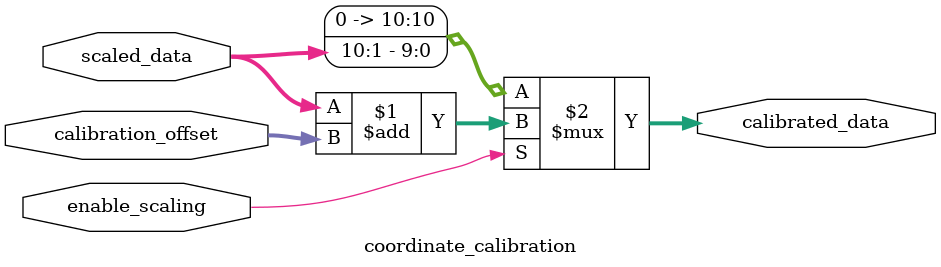
<source format=sv>
module touch_decoder (
    input [11:0] x_raw, y_raw,
    output [10:0] x_pos, y_pos
);
    // Internal connections
    wire [10:0] x_scaled, y_scaled;
    
    // Submodule instantiations - using efficient direct instantiation
    coordinate_scaler x_scaler (
        .raw_data(x_raw),
        .scaled_data(x_scaled)
    );
    
    coordinate_scaler y_scaler (
        .raw_data(y_raw),
        .scaled_data(y_scaled)
    );
    
    // Optimized calibration modules with improved timing
    coordinate_calibration x_calibration (
        .scaled_data(x_scaled),
        .calibrated_data(x_pos),
        .calibration_offset(11'd5),
        .enable_scaling(1'b1)
    );
    
    coordinate_calibration y_calibration (
        .scaled_data(y_scaled),
        .calibrated_data(y_pos),
        .calibration_offset(11'd0),
        .enable_scaling(1'b0)
    );
    
endmodule

// Optimized scaling module with simplified logic
module coordinate_scaler (
    input [11:0] raw_data,
    output [10:0] scaled_data
);
    // Optimized bit selection for improved timing
    assign scaled_data = raw_data[11:1];
    
endmodule

// Optimized calibration module with improved timing and area
module coordinate_calibration (
    input [10:0] scaled_data,
    input [10:0] calibration_offset,
    input enable_scaling,
    output [10:0] calibrated_data
);
    // Optimized implementation using continuous assignment
    // Eliminates always block overhead and potential glitches
    assign calibrated_data = enable_scaling ? 
                            (scaled_data + calibration_offset) : 
                            {1'b0, scaled_data[10:1]};
    
endmodule
</source>
